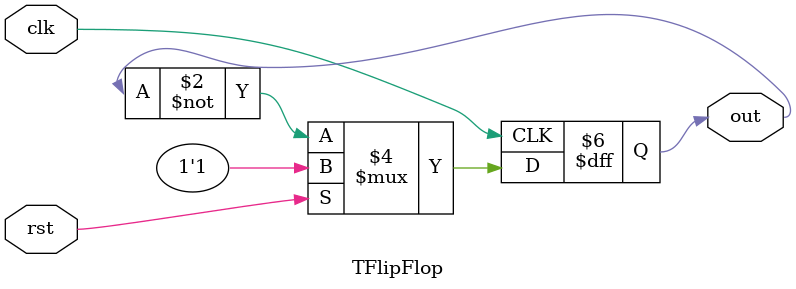
<source format=v>
`timescale 1ns / 1ps


module TFlipFlop(
    output reg out,
    input clk,
    input rst
    );
    
    always @ (posedge clk)
    if (rst)
    begin
    out <= 1;
    end
    else
    begin
    out <= ~out;
    end
    
endmodule

</source>
